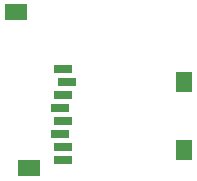
<source format=gbr>
G04 #@! TF.FileFunction,Paste,Bot*
%FSLAX46Y46*%
G04 Gerber Fmt 4.6, Leading zero omitted, Abs format (unit mm)*
G04 Created by KiCad (PCBNEW 4.0.0-rc2-stable) date 4/29/2016 3:08:46 PM*
%MOMM*%
G01*
G04 APERTURE LIST*
%ADD10C,0.100000*%
%ADD11R,1.501140X0.749300*%
%ADD12R,1.899920X1.399540*%
%ADD13R,1.399540X1.800860*%
G04 APERTURE END LIST*
D10*
D11*
X168970000Y-93768920D03*
X168970000Y-94868740D03*
X168769340Y-92669100D03*
X168970000Y-91569280D03*
X168970000Y-87170000D03*
X169368780Y-88269820D03*
X168970000Y-89369640D03*
X168769340Y-90469460D03*
D12*
X166120120Y-95569780D03*
X165020300Y-82321140D03*
D13*
X179269700Y-94020380D03*
X179269700Y-88219020D03*
M02*

</source>
